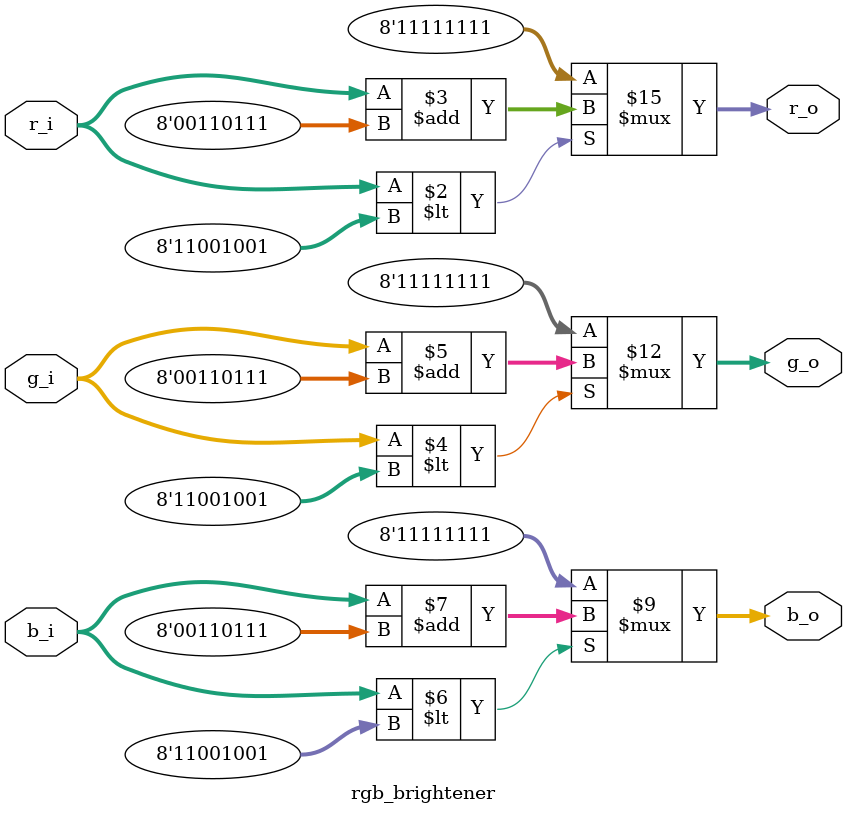
<source format=sv>
module rgb_brightener (
    input  logic [7:0]  r_i,
    input  logic [7:0]  g_i,
    input  logic [7:0]  b_i,

    output logic [7:0]  r_o,
    output logic [7:0]  g_o,
    output logic [7:0]  b_o
);

    always_comb begin
        if (r_i < 8'd201) begin
            r_o = r_i + 8'd55;
        end else begin
            r_o = 8'd255;
        end
        if (g_i < 8'd201) begin
            g_o = g_i + 8'd55;
        end else begin
            g_o = 8'd255;
        end
        if (b_i < 8'd201) begin
            b_o = b_i + 8'd55;
        end else begin
            b_o = 8'd255;
        end
    end

endmodule

</source>
